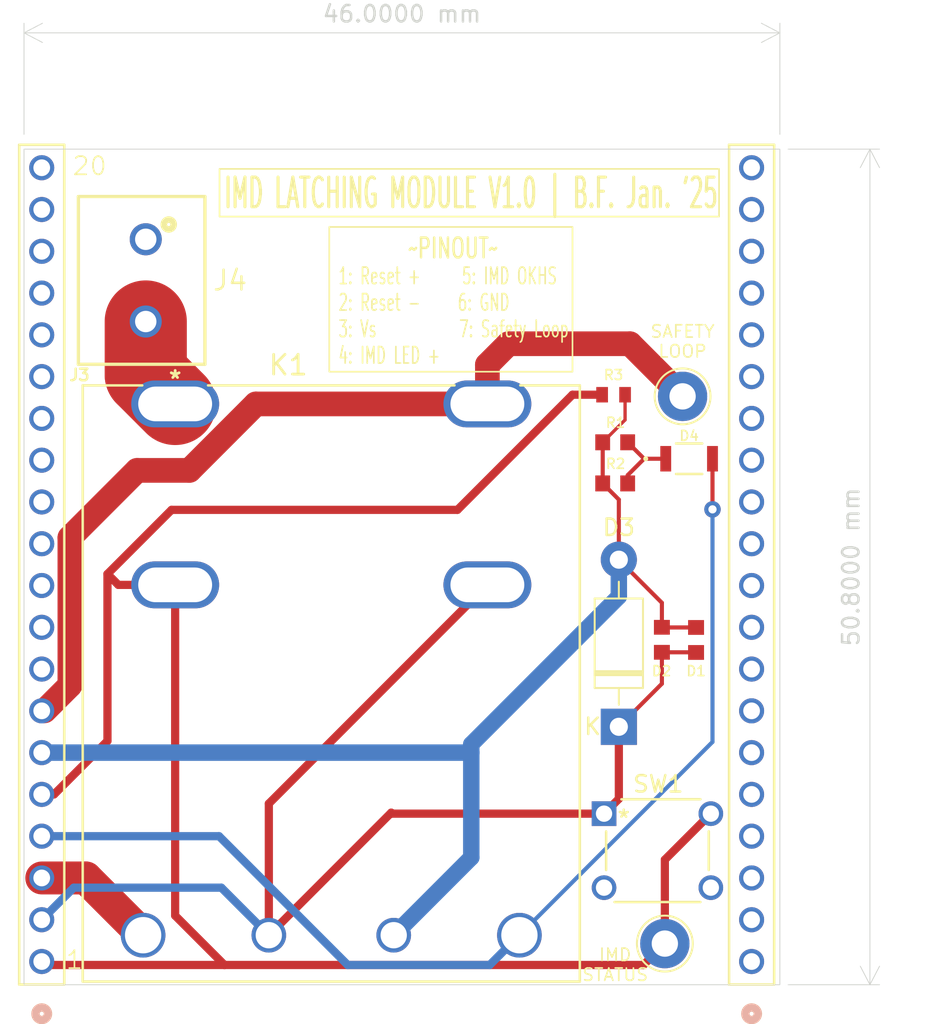
<source format=kicad_pcb>
(kicad_pcb (version 20240108) (generator "pcbnew") (generator_version "8.0")
  (layers (0 "F.Cu" signal) (31 "B.Cu" signal) (34 "B.Paste" user) (35 "F.Paste" user) (36 "B.SilkS" user "B.Silkscreen") (37 "F.SilkS" user "F.Silkscreen") (38 "B.Mask" user) (39 "F.Mask" user) (44 "Edge.Cuts" user))
  (net 0 "")
  (net 1 "/GND")
  (net 2 "Net-(D1-K)")
  (net 3 "Net-(D4-A)")
  (net 4 "/Vs")
  (net 5 "Net-(D4-K)")
  (net 11 "Net-(J3-Pad1)")
  (net 18 "Net-(J3-Pad7)")
  (net 22 "Net-(J4-Pad2)")
  (footprint "RMCF0603FT1K00:RESC1508X55N" (layer "F.Cu") (at 90.62 79.51 90)
    (property "Reference" "D1" (at -1.89 0 180) (layer "F.SilkS") (effects (font (size 0.6 0.6) (thickness 0.1) (bold yes))))
    (property "Value" "D_Zener")
    (pad "1" smd rect (at -0.76 0 90) (size 0.9 0.97) (layers "F.Cu" "F.Paste" "F.Mask") (net 2 "Net-(D1-K)"))
    (pad "2" smd rect (at 0.76 0 90) (size 0.9 0.97) (layers "F.Cu" "F.Paste" "F.Mask") (net 1 "/GND"))
  )
  (footprint "RMCF0603FT1K00:RESC1508X55N" (layer "F.Cu") (at 88.54 79.5 90)
    (property "Reference" "D2" (at -1.9 -0.02 180) (layer "F.SilkS") (effects (font (size 0.6 0.6) (thickness 0.1) (bold yes))))
    (property "Value" "D_Zener")
    (pad "1" smd rect (at -0.76 0 90) (size 0.9 0.97) (layers "F.Cu" "F.Paste" "F.Mask") (net 2 "Net-(D1-K)"))
    (pad "2" smd rect (at 0.76 0 90) (size 0.9 0.97) (layers "F.Cu" "F.Paste" "F.Mask") (net 1 "/GND"))
  )
  (footprint "TestPoint:TestPoint_Loop_D2.60mm_Drill1.6mm_Beaded" (layer "F.Cu") (at 89.8 64.7)
    (property "Reference" "TP2" (hide yes))
    (property "Value" "TestPoint")
    (fp_circle (center 0 0) (end 1.7 0) (stroke (width 0.12)) (fill none) (layer "F.SilkS"))
    (pad "1" thru_hole circle (at 0 0) (size 3 3) (drill 1.6) (layers "*.Cu" "*.Mask") (net 18 "Net-(J3-Pad7)"))
  )
  (footprint "PH1-20-UA:CONN_PH1-20-UA_ADM" (layer "F.Cu") (at 50.8 99.06 90)
    (property "Reference" "J3" (at 35.66 2.3 0) (layer "F.SilkS") (effects (font (size 0.7 0.7))))
    (property "Value" "PH1-20-UA")
    (fp_circle (center -3.175 0) (end -2.794 0) (stroke (width 0.508)) (fill none) (layer "B.SilkS"))
    (fp_line (start 49.657 -1.3716) (end -1.397 -1.3716) (stroke (width 0.1524)) (layer "F.SilkS"))
    (fp_line (start -1.397 -1.3716) (end -1.397 1.3716) (stroke (width 0.1524)) (layer "F.SilkS"))
    (fp_line (start 49.657 1.3716) (end 49.657 -1.3716) (stroke (width 0.1524)) (layer "F.SilkS"))
    (fp_line (start -1.397 1.3716) (end 49.657 1.3716) (stroke (width 0.1524)) (layer "F.SilkS"))
    (fp_circle (center -3.175 0) (end -2.794 0) (stroke (width 0.508)) (fill none) (layer "F.SilkS"))
    (pad "1" thru_hole circle (at 0 0 90) (size 1.524 1.524) (drill 1.016) (layers "*.Cu" "*.Mask") (net 11 "Net-(J3-Pad1)"))
    (pad "2" thru_hole circle (at 2.54 0 90) (size 1.524 1.524) (drill 1.016) (layers "*.Cu" "*.Mask") (net 2 "Net-(D1-K)"))
    (pad "3" thru_hole circle (at 5.08 0 90) (size 1.524 1.524) (drill 1.016) (layers "*.Cu" "*.Mask") (net 4 "/Vs"))
    (pad "4" thru_hole circle (at 7.62 0 90) (size 1.524 1.524) (drill 1.016) (layers "*.Cu" "*.Mask") (net 3 "Net-(D4-A)"))
    (pad "5" thru_hole circle (at 10.16 0 90) (size 1.524 1.524) (drill 1.016) (layers "*.Cu" "*.Mask") (net 11 "Net-(J3-Pad1)"))
    (pad "6" thru_hole circle (at 12.7 0 90) (size 1.524 1.524) (drill 1.016) (layers "*.Cu" "*.Mask") (net 1 "/GND"))
    (pad "7" thru_hole circle (at 15.24 0 90) (size 1.524 1.524) (drill 1.016) (layers "*.Cu" "*.Mask") (net 18 "Net-(J3-Pad7)"))
    (pad "8" thru_hole circle (at 17.78 0 90) (size 1.524 1.524) (drill 1.016) (layers "*.Cu" "*.Mask"))
    (pad "9" thru_hole circle (at 20.32 0 90) (size 1.524 1.524) (drill 1.016) (layers "*.Cu" "*.Mask"))
    (pad "10" thru_hole circle (at 22.86 0 90) (size 1.524 1.524) (drill 1.016) (layers "*.Cu" "*.Mask"))
    (pad "11" thru_hole circle (at 25.4 0 90) (size 1.524 1.524) (drill 1.016) (layers "*.Cu" "*.Mask"))
    (pad "12" thru_hole circle (at 27.94 0 90) (size 1.524 1.524) (drill 1.016) (layers "*.Cu" "*.Mask"))
    (pad "13" thru_hole circle (at 30.48 0 90) (size 1.524 1.524) (drill 1.016) (layers "*.Cu" "*.Mask"))
    (pad "14" thru_hole circle (at 33.02 0 90) (size 1.524 1.524) (drill 1.016) (layers "*.Cu" "*.Mask"))
    (pad "15" thru_hole circle (at 35.56 0 90) (size 1.524 1.524) (drill 1.016) (layers "*.Cu" "*.Mask"))
    (pad "16" thru_hole circle (at 38.1 0 90) (size 1.524 1.524) (drill 1.016) (layers "*.Cu" "*.Mask"))
    (pad "17" thru_hole circle (at 40.64 0 90) (size 1.524 1.524) (drill 1.016) (layers "*.Cu" "*.Mask"))
    (pad "18" thru_hole circle (at 43.18 0 90) (size 1.524 1.524) (drill 1.016) (layers "*.Cu" "*.Mask"))
    (pad "19" thru_hole circle (at 45.72 0 90) (size 1.524 1.524) (drill 1.016) (layers "*.Cu" "*.Mask"))
    (pad "20" thru_hole circle (at 48.26 0 90) (size 1.524 1.524) (drill 1.016) (layers "*.Cu" "*.Mask"))
  )
  (footprint "1825910-6:SW4_1825910-B_TEC" (layer "F.Cu") (at 91.52 94.570001)
    (property "Reference" "SW1" (at -3.2 -6.300001 0) (layer "F.SilkS"))
    (property "Value" "Test Reset IMD")
    (fp_line (start -6.3742 -3.417961) (end -6.3742 -1.074702) (stroke (width 0.1524)) (layer "F.SilkS"))
    (fp_line (start -5.86236 0.874199) (end -0.63764 0.874199) (stroke (width 0.1524)) (layer "F.SilkS"))
    (fp_line (start -0.63764 -5.374201) (end -5.442292 -5.374201) (stroke (width 0.1524)) (layer "F.SilkS"))
    (fp_line (start -0.1258 -1.074702) (end -0.1258 -3.425299) (stroke (width 0.1524)) (layer "F.SilkS"))
    (fp_text user "*" (at -5.3 -4.200001 0) (layer "F.SilkS"))
    (pad "1" thru_hole rect (at -6.500001 -4.500001) (size 1.4986 1.4986) (drill 0.9906) (layers "*.Cu" "*.Mask") (net 2 "Net-(D1-K)"))
    (pad "2" thru_hole circle (at 0 -4.500001) (size 1.4986 1.4986) (drill 0.9906) (layers "*.Cu" "*.Mask") (net 11 "Net-(J3-Pad1)"))
    (pad "3" thru_hole circle (at -6.500001 0) (size 1.4986 1.4986) (drill 0.9906) (layers "*.Cu" "*.Mask"))
    (pad "4" thru_hole circle (at 0 0) (size 1.4986 1.4986) (drill 0.9906) (layers "*.Cu" "*.Mask"))
  )
  (footprint "AP3216SYD:LED_AP3216SYD_KNB-L" (layer "F.Cu") (at 90.1976 68.4924)
    (property "Reference" "D4" (at 0 -1.3924 0) (layer "F.SilkS") (effects (font (size 0.6 0.6) (thickness 0.1) (bold yes))))
    (property "Value" "LED (Test)")
    (fp_line (start -0.796413 0.9271) (end 0.796413 0.9271) (stroke (width 0.1524)) (layer "F.SilkS"))
    (fp_line (start 0.796413 -0.9271) (end -0.796413 -0.9271) (stroke (width 0.1524)) (layer "F.SilkS"))
    (fp_circle (center -2.6416 0) (end -2.5654 0) (stroke (width 0.1524)) (fill none) (layer "F.SilkS"))
    (pad "1" smd rect (at -1.4224 0) (size 0.6604 1.5494) (layers "F.Cu" "F.Paste" "F.Mask") (net 5 "Net-(D4-K)"))
    (pad "2" smd rect (at 1.4224 0) (size 0.6604 1.5494) (layers "F.Cu" "F.Paste" "F.Mask") (net 3 "Net-(D4-A)"))
  )
  (footprint "AHES4291:AHES4_PAN" (layer "F.Cu") (at 58.919999 65.159998)
    (property "Reference" "K1" (at 6.880001 -2.359998 0) (layer "F.SilkS") (effects (font (size 1.2 1.2) (thickness 0.17))))
    (property "Value" "AHES4291")
    (fp_line (start -5.6257 -1.126999) (end -5.6257 35.118801) (stroke (width 0.1524)) (layer "F.SilkS"))
    (fp_line (start -5.6257 35.118801) (end 24.6257 35.118801) (stroke (width 0.1524)) (layer "F.SilkS"))
    (fp_line (start -2.002004 -1.126999) (end -5.6257 -1.126999) (stroke (width 0.1524)) (layer "F.SilkS"))
    (fp_line (start 16.997994 -1.126999) (end 2.002006 -1.126999) (stroke (width 0.1524)) (layer "F.SilkS"))
    (fp_line (start 24.6257 -1.126999) (end 21.002004 -1.126999) (stroke (width 0.1524)) (layer "F.SilkS"))
    (fp_line (start 24.6257 35.118801) (end 24.6257 -1.126999) (stroke (width 0.1524)) (layer "F.SilkS"))
    (fp_text user "*" (at 0.000001 -1.489998 0) (layer "F.SilkS") (effects (font (thickness 0.17))))
    (pad "1" thru_hole oval (at 0.000001 0.000001) (size 5.35 2.85) (drill oval 4.4958 2.1082) (layers "*.Cu" "*.Mask") (net 22 "Net-(J4-Pad2)"))
    (pad "2" thru_hole oval (at 0.000001 11.000002) (size 5.35 2.85) (drill oval 4.4958 2.1082) (layers "*.Cu" "*.Mask") (net 11 "Net-(J3-Pad1)"))
    (pad "3" thru_hole circle (at -1.949999 32.300002) (size 2.7178 2.7178) (drill 2.2098) (layers "*.Cu" "*.Mask") (net 4 "/Vs"))
    (pad "4" thru_hole circle (at 5.700001 32.300002) (size 2.1082 2.1082) (drill 1.6002) (layers "*.Cu" "*.Mask") (net 2 "Net-(D1-K)"))
    (pad "5" thru_hole circle (at 13.300001 32.300002) (size 2.1082 2.1082) (drill 1.6002) (layers "*.Cu" "*.Mask") (net 1 "/GND"))
    (pad "6" thru_hole circle (at 20.950001 32.300002) (size 2.7178 2.7178) (drill 2.2098) (layers "*.Cu" "*.Mask") (net 3 "Net-(D4-A)"))
    (pad "7" thru_hole oval (at 18.999999 11.000002) (size 5.35 2.85) (drill oval 4.4958 2.1082) (layers "*.Cu" "*.Mask") (net 2 "Net-(D1-K)"))
    (pad "8" thru_hole oval (at 18.999999 0.000001) (size 5.35 2.85) (drill oval 4.4958 2.1082) (layers "*.Cu" "*.Mask") (net 18 "Net-(J3-Pad7)"))
  )
  (footprint "RMCF0603FT1K00:RESC1508X55N" (layer "F.Cu") (at 85.6976 69.9924)
    (property "Reference" "R2" (at 0.0224 -1.1924 0) (layer "F.SilkS") (effects (font (size 0.6 0.6) (thickness 0.1) (bold yes))))
    (property "Value" "1k")
    (pad "1" smd rect (at -0.76 0) (size 0.9 0.97) (layers "F.Cu" "F.Paste" "F.Mask") (net 1 "/GND"))
    (pad "2" smd rect (at 0.76 0) (size 0.9 0.97) (layers "F.Cu" "F.Paste" "F.Mask") (net 5 "Net-(D4-K)"))
  )
  (footprint "691137710002:691137710002" (layer "F.Cu") (at 57.13 57.65 -90)
    (property "Reference" "J4" (at 0 -5.135 180) (layer "F.SilkS") (effects (font (size 1.2 1.2))))
    (property "Value" "691137710002")
    (property "VALUE" "691137710002" (hide yes))
    (fp_line (start -5.1 4.1) (end -5.1 -3.6) (stroke (width 0.2)) (layer "F.SilkS"))
    (fp_line (start 5.1 4.1) (end -5.1 4.1) (stroke (width 0.2)) (layer "F.SilkS"))
    (fp_line (start -5.1 -3.6) (end 5.1 -3.6) (stroke (width 0.2)) (layer "F.SilkS"))
    (fp_line (start 5.1 -3.6) (end 5.1 4.1) (stroke (width 0.2)) (layer "F.SilkS"))
    (fp_circle (center -3.4 -1.4) (end -3.3 -1.4) (stroke (width 0.4)) (fill none) (layer "F.SilkS"))
    (pad "1" thru_hole circle (at -2.5 0 270) (size 1.95 1.95) (drill 1.3) (layers "*.Cu" "*.Mask"))
    (pad "2" thru_hole circle (at 2.5 0 270) (size 1.95 1.95) (drill 1.3) (layers "*.Cu" "*.Mask") (net 22 "Net-(J4-Pad2)"))
  )
  (footprint "TestPoint:TestPoint_Loop_D2.60mm_Drill1.6mm_Beaded" (layer "F.Cu") (at 88.72 97.97)
    (property "Reference" "TP1" (hide yes))
    (property "Value" "TestPoint")
    (fp_circle (center 0 0) (end 1.7 0) (stroke (width 0.12)) (fill none) (layer "F.SilkS"))
    (pad "1" thru_hole circle (at 0 0) (size 3 3) (drill 1.6) (layers "*.Cu" "*.Mask") (net 11 "Net-(J3-Pad1)"))
  )
  (footprint "RMCF0603FT1K00:RESC1508X55N" (layer "F.Cu") (at 85.6976 67.4924)
    (property "Reference" "R1" (at 0.0224 -1.1924 0) (layer "F.SilkS") (effects (font (size 0.6 0.6) (thickness 0.1) (bold yes))))
    (property "Value" "1k")
    (pad "1" smd rect (at -0.76 0) (size 0.9 0.97) (layers "F.Cu" "F.Paste" "F.Mask") (net 1 "/GND"))
    (pad "2" smd rect (at 0.76 0) (size 0.9 0.97) (layers "F.Cu" "F.Paste" "F.Mask") (net 5 "Net-(D4-K)"))
  )
  (footprint "PH1-20-UA:CONN_PH1-20-UA_ADM" (layer "F.Cu") (at 94 99.06 90)
    (property "Reference" "J2" (hide yes))
    (property "Value" "PH1-20-UA")
    (fp_circle (center -3.175 0) (end -2.794 0) (stroke (width 0.508)) (fill none) (layer "B.SilkS"))
    (fp_line (start 49.657 -1.3716) (end -1.397 -1.3716) (stroke (width 0.1524)) (layer "F.SilkS"))
    (fp_line (start -1.397 -1.3716) (end -1.397 1.3716) (stroke (width 0.1524)) (layer "F.SilkS"))
    (fp_line (start 49.657 1.3716) (end 49.657 -1.3716) (stroke (width 0.1524)) (layer "F.SilkS"))
    (fp_line (start -1.397 1.3716) (end 49.657 1.3716) (stroke (width 0.1524)) (layer "F.SilkS"))
    (fp_circle (center -3.175 0) (end -2.794 0) (stroke (width 0.508)) (fill none) (layer "F.SilkS"))
    (pad "1" thru_hole circle (at 0 0 90) (size 1.524 1.524) (drill 1.016) (layers "*.Cu" "*.Mask"))
    (pad "2" thru_hole circle (at 2.54 0 90) (size 1.524 1.524) (drill 1.016) (layers "*.Cu" "*.Mask"))
    (pad "3" thru_hole circle (at 5.08 0 90) (size 1.524 1.524) (drill 1.016) (layers "*.Cu" "*.Mask"))
    (pad "4" thru_hole circle (at 7.62 0 90) (size 1.524 1.524) (drill 1.016) (layers "*.Cu" "*.Mask"))
    (pad "5" thru_hole circle (at 10.16 0 90) (size 1.524 1.524) (drill 1.016) (layers "*.Cu" "*.Mask"))
    (pad "6" thru_hole circle (at 12.7 0 90) (size 1.524 1.524) (drill 1.016) (layers "*.Cu" "*.Mask"))
    (pad "7" thru_hole circle (at 15.24 0 90) (size 1.524 1.524) (drill 1.016) (layers "*.Cu" "*.Mask"))
    (pad "8" thru_hole circle (at 17.78 0 90) (size 1.524 1.524) (drill 1.016) (layers "*.Cu" "*.Mask"))
    (pad "9" thru_hole circle (at 20.32 0 90) (size 1.524 1.524) (drill 1.016) (layers "*.Cu" "*.Mask"))
    (pad "10" thru_hole circle (at 22.86 0 90) (size 1.524 1.524) (drill 1.016) (layers "*.Cu" "*.Mask"))
    (pad "11" thru_hole circle (at 25.4 0 90) (size 1.524 1.524) (drill 1.016) (layers "*.Cu" "*.Mask"))
    (pad "12" thru_hole circle (at 27.94 0 90) (size 1.524 1.524) (drill 1.016) (layers "*.Cu" "*.Mask"))
    (pad "13" thru_hole circle (at 30.48 0 90) (size 1.524 1.524) (drill 1.016) (layers "*.Cu" "*.Mask"))
    (pad "14" thru_hole circle (at 33.02 0 90) (size 1.524 1.524) (drill 1.016) (layers "*.Cu" "*.Mask"))
    (pad "15" thru_hole circle (at 35.56 0 90) (size 1.524 1.524) (drill 1.016) (layers "*.Cu" "*.Mask"))
    (pad "16" thru_hole circle (at 38.1 0 90) (size 1.524 1.524) (drill 1.016) (layers "*.Cu" "*.Mask"))
    (pad "17" thru_hole circle (at 40.64 0 90) (size 1.524 1.524) (drill 1.016) (layers "*.Cu" "*.Mask"))
    (pad "18" thru_hole circle (at 43.18 0 90) (size 1.524 1.524) (drill 1.016) (layers "*.Cu" "*.Mask"))
    (pad "19" thru_hole circle (at 45.72 0 90) (size 1.524 1.524) (drill 1.016) (layers "*.Cu" "*.Mask"))
    (pad "20" thru_hole circle (at 48.26 0 90) (size 1.524 1.524) (drill 1.016) (layers "*.Cu" "*.Mask"))
  )
  (footprint "Diode_THT:D_DO-41_SOD81_P10.16mm_Horizontal" (layer "F.Cu") (at 85.92 84.79 90)
    (property "Reference" "D3" (at 12.12 0 0) (layer "F.SilkS"))
    (property "Value" "1N4001")
    (fp_line (start 7.8 -1.47) (end 2.36 -1.47) (stroke (width 0.12)) (layer "F.SilkS"))
    (fp_line (start 3.38 -1.47) (end 3.38 1.47) (stroke (width 0.12)) (layer "F.SilkS"))
    (fp_line (start 3.26 -1.47) (end 3.26 1.47) (stroke (width 0.12)) (layer "F.SilkS"))
    (fp_line (start 3.14 -1.47) (end 3.14 1.47) (stroke (width 0.12)) (layer "F.SilkS"))
    (fp_line (start 2.36 -1.47) (end 2.36 1.47) (stroke (width 0.12)) (layer "F.SilkS"))
    (fp_line (start 8.82 0) (end 7.8 0) (stroke (width 0.12)) (layer "F.SilkS"))
    (fp_line (start 1.34 0) (end 2.36 0) (stroke (width 0.12)) (layer "F.SilkS"))
    (fp_line (start 7.8 1.47) (end 7.8 -1.47) (stroke (width 0.12)) (layer "F.SilkS"))
    (fp_line (start 2.36 1.47) (end 7.8 1.47) (stroke (width 0.12)) (layer "F.SilkS"))
    (fp_text user "K" (at 0.02 -1.6 180) (layer "F.SilkS"))
    (pad "1" thru_hole rect (at 0 0 90) (size 2.2 2.2) (drill 1.1) (layers "*.Cu" "*.Mask") (net 2 "Net-(D1-K)"))
    (pad "2" thru_hole oval (at 10.16 0 90) (size 2.2 2.2) (drill 1.1) (layers "*.Cu" "*.Mask") (net 1 "/GND"))
  )
  (footprint "RMCF0603JT2K20:STA_RMCF0603_STP" (layer "F.Cu") (at 85.6015 64.6)
    (property "Reference" "R3" (at -0.0015 -1.2 0) (layer "F.SilkS") (effects (font (size 0.6 0.6) (thickness 0.1) (bold yes))))
    (property "Value" "R")
    (pad "1" smd rect (at -0.6985 0) (size 0.7112 0.9398) (layers "F.Cu" "F.Paste" "F.Mask") (net 11 "Net-(J3-Pad1)"))
    (pad "2" smd rect (at 0.6985 0) (size 0.7112 0.9398) (layers "F.Cu" "F.Paste" "F.Mask") (net 1 "/GND"))
  )
  (gr_rect (start 61.62 50.87) (end 92.02 53.77) (stroke (width 0.1)) (fill none) (layer "F.SilkS"))
  (gr_rect (start 68.3 54.4) (end 83.1 63.2) (stroke (width 0.1)) (fill none) (layer "F.SilkS"))
  (gr_rect (start 49.72 49.67) (end 95.72 100.47) (stroke (width 0.05)) (fill none) (layer "Edge.Cuts"))
  (gr_text "1: Reset +	 5: IMD OKHS\n2: Reset -     6: GND\n3: Vs           7: Safety Loop\n4: IMD LED +" (at 68.8 62.8 0) (layer "F.SilkS") (effects (font (size 1 0.6) (thickness 0.1)) (justify left bottom)))
  (gr_text "IMD LATCHING MODULE V1.0 | B.F. Jan. '25" (at 61.8 53.4 0) (layer "F.SilkS") (effects (font (size 1.8 0.9) (thickness 0.1875) (bold yes)) (justify left bottom)))
  (gr_text "20" (at 52.6 51.3395 0) (layer "F.SilkS") (effects (font (size 1.1 1.1) (thickness 0.1)) (justify left bottom)))
  (gr_text "IMD\nSTATUS" (at 85.7 100.3 0) (layer "F.SilkS") (effects (font (size 0.75 0.75) (thickness 0.1)) (justify bottom)))
  (gr_text "~PINOUT~" (at 73.021192 56.4 0) (layer "F.SilkS") (effects (font (size 1.2 0.8) (thickness 0.15) (bold yes)) (justify left bottom)))
  (gr_text "1" (at 52.2 99.5995 0) (layer "F.SilkS") (effects (font (size 1.1 1.1) (thickness 0.1)) (justify left bottom)))
  (gr_text "SAFETY\nLOOP" (at 89.8 62.4 0) (layer "F.SilkS") (effects (font (size 0.75 0.75) (thickness 0.1)) (justify bottom)))
  (dimension (type aligned) (layer "Edge.Cuts") (pts (xy 95.72 49.67) (xy 95.72 100.47)) (height -5.48) (gr_text "50.8000 mm" (at 100.05 75.07 90) (layer "Edge.Cuts") (effects (font (size 1 1) (thickness 0.15)))) (format (prefix "") (suffix "") (units 3) (units_format 1) (precision 4)) (style (thickness 0.05) (arrow_length 1.27) (text_position_mode 0) (extension_height 0.58642) (extension_offset 0.5) keep_text_aligned))
  (dimension (type aligned) (layer "Edge.Cuts") (pts (xy 49.72 49.27) (xy 95.72 49.27)) (height -6.67) (gr_text "46.0000 mm" (at 72.72 41.45 0) (layer "Edge.Cuts") (effects (font (size 1 1) (thickness 0.15)))) (format (prefix "") (suffix "") (units 3) (units_format 1) (precision 4)) (style (thickness 0.05) (arrow_length 1.27) (text_position_mode 0) (extension_height 0.58642) (extension_offset 0.5) keep_text_aligned))
  (segment (start 88.54 77.25) (end 85.92 74.63) (width 0.25) (layer "F.Cu") (net 1))
  (segment (start 90.62 78.75) (end 88.55 78.75) (width 0.25) (layer "F.Cu") (net 1))
  (segment (start 86.3 64.6) (end 86.3 66.13) (width 0.2) (layer "F.Cu") (net 1))
  (segment (start 88.55 78.75) (end 88.54 78.74) (width 0.25) (layer "F.Cu") (net 1))
  (segment (start 88.54 78.74) (end 88.54 77.25) (width 0.25) (layer "F.Cu") (net 1))
  (segment (start 84.9376 69.9924) (end 84.9376 67.4924) (width 0.25) (layer "F.Cu") (net 1))
  (segment (start 85.92 74.63) (end 85.92 70.9748) (width 0.25) (layer "F.Cu") (net 1))
  (segment (start 85.92 70.9748) (end 84.9376 69.9924) (width 0.25) (layer "F.Cu") (net 1))
  (segment (start 86.3 66.13) (end 84.9376 67.4924) (width 0.2) (layer "F.Cu") (net 1))
  (segment (start 85.92 76.87) (end 85.92 74.63) (width 1) (layer "B.Cu") (net 1))
  (segment (start 76.94 86.36) (end 76.94 85.85) (width 1) (layer "B.Cu") (net 1))
  (segment (start 76.94 86.36) (end 76.94 92.74) (width 1) (layer "B.Cu") (net 1))
  (segment (start 76.94 92.74) (end 72.22 97.46) (width 1) (layer "B.Cu") (net 1))
  (segment (start 76.94 85.85) (end 85.92 76.87) (width 1) (layer "B.Cu") (net 1))
  (segment (start 76.94 86.36) (end 50.8 86.36) (width 1) (layer "B.Cu") (net 1))
  (segment (start 85.92 84.79) (end 85.92 89.169999) (width 0.5) (layer "F.Cu") (net 2))
  (segment (start 72.069401 90.010599) (end 72.128802 90.07) (width 0.5) (layer "F.Cu") (net 2))
  (segment (start 88.54 80.26) (end 90.61 80.26) (width 0.25) (layer "F.Cu") (net 2))
  (segment (start 88.54 82.17) (end 85.92 84.79) (width 0.25) (layer "F.Cu") (net 2))
  (segment (start 88.54 80.26) (end 88.54 82.17) (width 0.25) (layer "F.Cu") (net 2))
  (segment (start 64.62 97.46) (end 64.62 89.459998) (width 0.5) (layer "F.Cu") (net 2))
  (segment (start 85.92 89.169999) (end 85.019999 90.07) (width 0.5) (layer "F.Cu") (net 2))
  (segment (start 64.62 89.459998) (end 77.919998 76.16) (width 0.5) (layer "F.Cu") (net 2))
  (segment (start 90.61 80.26) (end 90.62 80.27) (width 0.5) (layer "F.Cu") (net 2))
  (segment (start 64.62 97.46) (end 72.069401 90.010599) (width 0.5) (layer "F.Cu") (net 2))
  (segment (start 72.128802 90.07) (end 85.019999 90.07) (width 0.5) (layer "F.Cu") (net 2))
  (segment (start 61.73 94.57) (end 52.75 94.57) (width 0.5) (layer "B.Cu") (net 2))
  (segment (start 64.62 97.46) (end 61.73 94.57) (width 0.5) (layer "B.Cu") (net 2))
  (segment (start 52.75 94.57) (end 50.8 96.52) (width 0.5) (layer "B.Cu") (net 2))
  (segment (start 91.62 71.57) (end 91.62 68.4924) (width 0.25) (layer "F.Cu") (net 3))
  (via (at 91.62 71.57) (size 1) (drill 0.5) (layers "F.Cu" "B.Cu") (net 3))
  (segment (start 91.62 85.71) (end 79.87 97.46) (width 0.25) (layer "B.Cu") (net 3))
  (segment (start 79.87 97.46) (end 79.87 96.44) (width 0.25) (layer "B.Cu") (net 3))
  (segment (start 91.62 71.57) (end 91.62 85.71) (width 0.25) (layer "B.Cu") (net 3))
  (segment (start 50.8 91.44) (end 61.59 91.44) (width 0.5) (layer "B.Cu") (net 3))
  (segment (start 78.06 99.27) (end 79.87 97.46) (width 0.5) (layer "B.Cu") (net 3))
  (segment (start 61.59 91.44) (end 69.42 99.27) (width 0.5) (layer "B.Cu") (net 3))
  (segment (start 69.42 99.27) (end 78.06 99.27) (width 0.5) (layer "B.Cu") (net 3))
  (segment (start 53.49 93.98) (end 50.8 93.98) (width 2) (layer "F.Cu") (net 4))
  (segment (start 56.97 97.46) (end 53.49 93.98) (width 2) (layer "F.Cu") (net 4))
  (segment (start 87.4576 68.4924) (end 86.4576 67.4924) (width 0.25) (layer "F.Cu") (net 5))
  (segment (start 86.4576 69.4924) (end 87.4576 68.4924) (width 0.25) (layer "F.Cu") (net 5))
  (segment (start 88.7752 68.4924) (end 87.4576 68.4924) (width 0.25) (layer "F.Cu") (net 5))
  (segment (start 86.4576 69.9924) (end 86.4576 69.4924) (width 0.25) (layer "F.Cu") (net 5))
  (segment (start 76.1 71.6) (end 83.1 64.6) (width 0.5) (layer "F.Cu") (net 11))
  (segment (start 61.92 99.27) (end 87.42 99.27) (width 0.5) (layer "F.Cu") (net 11))
  (segment (start 88.72 92.87) (end 91.52 90.07) (width 0.5) (layer "F.Cu") (net 11))
  (segment (start 54.8 75.5) (end 55.46 76.16) (width 0.5) (layer "F.Cu") (net 11))
  (segment (start 54.8 75.5) (end 58.7 71.6) (width 0.5) (layer "F.Cu") (net 11))
  (segment (start 87.42 99.27) (end 88.72 97.97) (width 0.5) (layer "F.Cu") (net 11))
  (segment (start 54.8 85.65) (end 54.8 75.5) (width 0.5) (layer "F.Cu") (net 11))
  (segment (start 88.72 97.97) (end 88.72 92.87) (width 0.5) (layer "F.Cu") (net 11))
  (segment (start 50.8 88.9) (end 51.55 88.9) (width 0.5) (layer "F.Cu") (net 11))
  (segment (start 58.92 76.16) (end 58.92 96.27) (width 0.5) (layer "F.Cu") (net 11))
  (segment (start 51.55 88.9) (end 54.8 85.65) (width 0.5) (layer "F.Cu") (net 11))
  (segment (start 61.92 99.27) (end 51.01 99.27) (width 0.5) (layer "F.Cu") (net 11))
  (segment (start 58.92 96.27) (end 61.92 99.27) (width 0.5) (layer "F.Cu") (net 11))
  (segment (start 58.7 71.6) (end 76.1 71.6) (width 0.5) (layer "F.Cu") (net 11))
  (segment (start 51.01 99.27) (end 50.8 99.06) (width 0.5) (layer "F.Cu") (net 11))
  (segment (start 55.46 76.16) (end 58.92 76.16) (width 0.5) (layer "F.Cu") (net 11))
  (segment (start 83.1 64.6) (end 84.903 64.6) (width 0.5) (layer "F.Cu") (net 11))
  (segment (start 59.79 69.2) (end 56.6 69.2) (width 1.5) (layer "F.Cu") (net 18))
  (segment (start 52.512 82.278) (end 50.97 83.82) (width 1.5) (layer "F.Cu") (net 18))
  (segment (start 56.6 69.2) (end 52.512 73.288) (width 1.5) (layer "F.Cu") (net 18))
  (segment (start 77.919998 65.159999) (end 63.830001 65.159999) (width 1.5) (layer "F.Cu") (net 18))
  (segment (start 79.2 61.5) (end 86.6 61.5) (width 1.5) (layer "F.Cu") (net 18))
  (segment (start 77.919998 65.159999) (end 77.919998 62.780002) (width 1.5) (layer "F.Cu") (net 18))
  (segment (start 79.2 61.5) (end 77.919998 62.780002) (width 1.5) (layer "F.Cu") (net 18))
  (segment (start 52.512 73.288) (end 52.512 82.278) (width 1.5) (layer "F.Cu") (net 18))
  (segment (start 86.6 61.5) (end 89.8 64.7) (width 1.5) (layer "F.Cu") (net 18))
  (segment (start 63.830001 65.159999) (end 59.79 69.2) (width 1.5) (layer "F.Cu") (net 18))
  (segment (start 57.13 63.369999) (end 58.92 65.159999) (width 5) (layer "F.Cu") (net 22))
  (segment (start 57.13 60.15) (end 57.13 63.369999) (width 5) (layer "F.Cu") (net 22))
)
</source>
